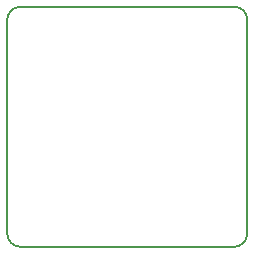
<source format=gbr>
%TF.GenerationSoftware,KiCad,Pcbnew,7.0.10*%
%TF.CreationDate,2025-02-08T17:23:52-05:00*%
%TF.ProjectId,pcb2,70636232-2e6b-4696-9361-645f70636258,rev?*%
%TF.SameCoordinates,Original*%
%TF.FileFunction,Profile,NP*%
%FSLAX46Y46*%
G04 Gerber Fmt 4.6, Leading zero omitted, Abs format (unit mm)*
G04 Created by KiCad (PCBNEW 7.0.10) date 2025-02-08 17:23:52*
%MOMM*%
%LPD*%
G01*
G04 APERTURE LIST*
%TA.AperFunction,Profile*%
%ADD10C,0.200000*%
%TD*%
G04 APERTURE END LIST*
D10*
X150700000Y-93500000D02*
G75*
G03*
X149600000Y-94600000I0J-1100000D01*
G01*
X169920000Y-94600000D02*
G75*
G03*
X168820000Y-93500000I-1100000J0D01*
G01*
X150700000Y-93500000D02*
X168820000Y-93500000D01*
X149600000Y-112720000D02*
G75*
G03*
X150700000Y-113820000I1100000J0D01*
G01*
X149600000Y-112720000D02*
X149600000Y-94600000D01*
X168820000Y-113820000D02*
G75*
G03*
X169920000Y-112720000I0J1100000D01*
G01*
X169920000Y-94600000D02*
X169920000Y-112720000D01*
X168820000Y-113820000D02*
X150700000Y-113820000D01*
M02*

</source>
